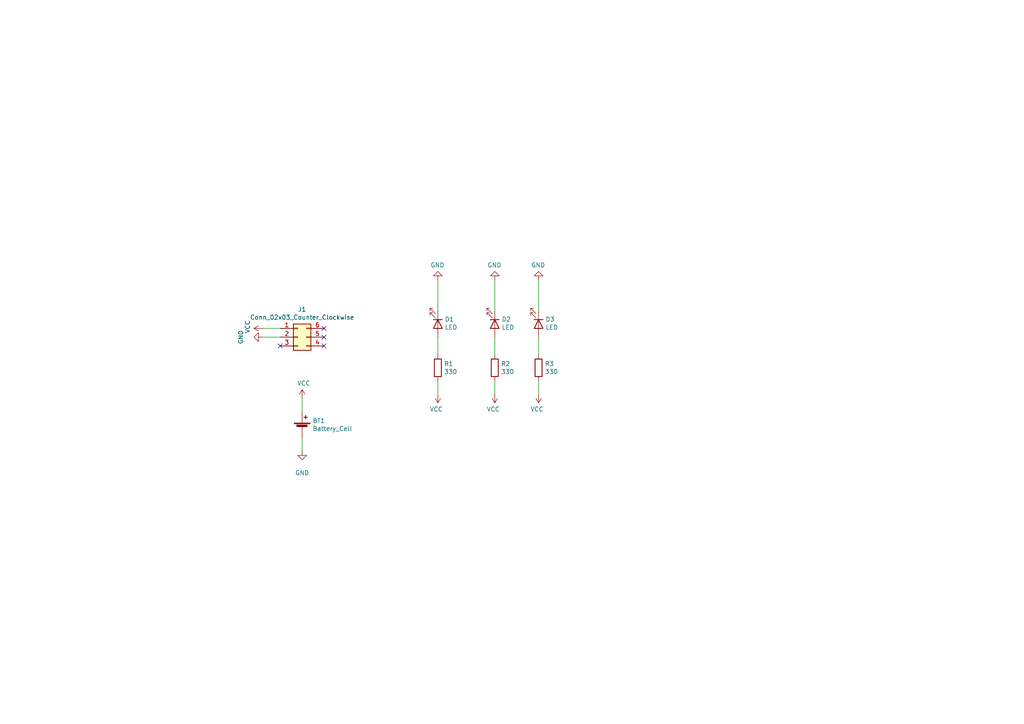
<source format=kicad_sch>
(kicad_sch (version 20211123) (generator eeschema)
  (paper "A4")
  (lib_symbols
    (symbol "Connector_Generic:Conn_02x03_Counter_Clockwise" (pin_names (offset 1.016) hide)
      (property "Reference" "J" (at 1.27 5.08 0))
      (property "Value" "Conn_02x03_Counter_Clockwise" (at 1.27 -5.08 0))
      (symbol "Conn_02x03_Counter_Clockwise_1_1"
        (rectangle (start -1.27 -2.413) (end 0 -2.667) (stroke (width 0.1524)))
        (rectangle (start -1.27 0.127) (end 0 -0.127) (stroke (width 0.1524)))
        (rectangle (start -1.27 2.667) (end 0 2.413) (stroke (width 0.1524)))
        (rectangle (start -1.27 3.81) (end 3.81 -3.81) (stroke (width 0.254)) (fill (type background)))
        (rectangle (start 3.81 -2.413) (end 2.54 -2.667) (stroke (width 0.1524)))
        (rectangle (start 3.81 0.127) (end 2.54 -0.127) (stroke (width 0.1524)))
        (rectangle (start 3.81 2.667) (end 2.54 2.413) (stroke (width 0.1524)))
        (pin passive line (at -5.08 2.54 0) (length 3.81) (name "Pin_1") (number "1"))
        (pin passive line (at -5.08 0 0) (length 3.81) (name "Pin_2") (number "2"))
        (pin passive line (at -5.08 -2.54 0) (length 3.81) (name "Pin_3") (number "3"))
        (pin passive line (at 7.62 -2.54 180) (length 3.81) (name "Pin_4") (number "4"))
        (pin passive line (at 7.62 0 180) (length 3.81) (name "Pin_5") (number "5"))
        (pin passive line (at 7.62 2.54 180) (length 3.81) (name "Pin_6") (number "6"))
      )
    )
    (symbol "Device:Battery_Cell" (pin_numbers hide) (pin_names (offset 0) hide)
      (property "Reference" "BT" (at 2.54 2.54 0))
      (property "Value" "Battery_Cell" (at 2.54 0 0))
      (symbol "Battery_Cell_0_1"
        (rectangle (start -2.286 1.778) (end 2.286 1.524) (fill (type outline)))
        (rectangle (start -1.5748 1.1938) (end 1.4732 0.6858) (fill (type outline)))
        (polyline (pts (xy 0 0.762) (xy 0 0)))
        (polyline (pts (xy 0 1.778) (xy 0 2.54)))
        (polyline (pts (xy 0.508 3.429) (xy 1.524 3.429)) (stroke (width 0.254)))
        (polyline (pts (xy 1.016 3.937) (xy 1.016 2.921)) (stroke (width 0.254)))
      )
      (symbol "Battery_Cell_1_1"
        (pin passive line (at 0 5.08 270) (length 2.54) (name "+") (number "1"))
        (pin passive line (at 0 -2.54 90) (length 2.54) (name "-") (number "2"))
      )
    )
    (symbol "Device:LED" (pin_numbers hide) (pin_names (offset 1.016) hide)
      (property "Reference" "D" (at 0 2.54 0))
      (property "Value" "LED" (at 0 -2.54 0))
      (symbol "LED_0_1"
        (polyline (pts (xy -1.27 -1.27) (xy -1.27 1.27)) (stroke (width 0.254)))
        (polyline (pts (xy -1.27 0) (xy 1.27 0)))
        (polyline (pts (xy 1.27 -1.27) (xy 1.27 1.27) (xy -1.27 0) (xy 1.27 -1.27)) (stroke (width 0.254)))
        (polyline (pts (xy -3.048 -0.762) (xy -4.572 -2.286) (xy -3.81 -2.286) (xy -4.572 -2.286) (xy -4.572 -1.524)))
        (polyline (pts (xy -1.778 -0.762) (xy -3.302 -2.286) (xy -2.54 -2.286) (xy -3.302 -2.286) (xy -3.302 -1.524)))
      )
      (symbol "LED_1_1"
        (pin passive line (at -3.81 0 0) (length 2.54) (name "K") (number "1"))
        (pin passive line (at 3.81 0 180) (length 2.54) (name "A") (number "2"))
      )
    )
    (symbol "Device:R" (pin_numbers hide) (pin_names (offset 0))
      (property "Reference" "R" (at 2.032 0 90))
      (property "Value" "R" (at 0 0 90))
      (symbol "R_0_1"
        (rectangle (start -1.016 -2.54) (end 1.016 2.54) (stroke (width 0.254)))
      )
      (symbol "R_1_1"
        (pin passive line (at 0 3.81 270) (length 1.27) (name "~") (number "1"))
        (pin passive line (at 0 -3.81 90) (length 1.27) (name "~") (number "2"))
      )
    )
    (symbol "power:GND" (power) (pin_names (offset 0))
      (property "Value" "GND" (at 0 -3.81 0))
      (symbol "GND_0_1"
        (polyline (pts (xy 0 0) (xy 0 -1.27) (xy 1.27 -1.27) (xy 0 -2.54) (xy -1.27 -1.27) (xy 0 -1.27)))
      )
      (symbol "GND_1_1"
        (pin power_in line (at 0 0 270) (length 0) hide (name "GND") (number "1"))
      )
    )
    (symbol "power:VCC" (power) (pin_names (offset 0))
      (property "Value" "VCC" (at 0 3.81 0))
      (symbol "VCC_0_1"
        (polyline (pts (xy -0.762 1.27) (xy 0 2.54)))
        (polyline (pts (xy 0 0) (xy 0 2.54)))
        (polyline (pts (xy 0 2.54) (xy 0.762 1.27)))
      )
      (symbol "VCC_1_1"
        (pin power_in line (at 0 0 90) (length 0) hide (name "VCC") (number "1"))
      )
    )
  )
  (no_connect (at 93.98 97.79))
  (no_connect (at 93.98 100.33))
  (no_connect (at 81.28 100.33))
  (no_connect (at 93.98 95.25))
  (wire (pts (xy 87.63 119.38) (xy 87.63 115.57)))
  (wire (pts (xy 127 81.28) (xy 127 90.17)))
  (wire (pts (xy 127 97.79) (xy 127 102.87)))
  (wire (pts (xy 87.63 130.81) (xy 87.63 127)))
  (wire (pts (xy 143.51 97.79) (xy 143.51 102.87)))
  (wire (pts (xy 156.21 110.49) (xy 156.21 114.3)))
  (wire (pts (xy 143.51 81.28) (xy 143.51 90.17)))
  (wire (pts (xy 127 110.49) (xy 127 114.3)))
  (wire (pts (xy 76.2 97.79) (xy 81.28 97.79)))
  (wire (pts (xy 76.2 95.25) (xy 81.28 95.25)))
  (wire (pts (xy 156.21 97.79) (xy 156.21 102.87)))
  (wire (pts (xy 143.51 110.49) (xy 143.51 114.3)))
  (wire (pts (xy 156.21 81.28) (xy 156.21 90.17)))
  (symbol (lib_id "Device:LED") (at 127 93.98 270) (unit 1)
    (property "Reference" "D1" (at 128.9812 92.6338 90) (effects (justify left)))
    (property "Value" "LED" (at 128.9812 94.9452 90) (effects (justify left)))
    (property "Footprint" "sunled:XZDGK45WT-9" (effects hide))
  )
  (symbol (lib_id "Device:LED") (at 143.51 93.98 270) (unit 1)
    (property "Reference" "D2" (at 145.4912 92.6338 90) (effects (justify left)))
    (property "Value" "LED" (at 145.4912 94.9452 90) (effects (justify left)))
    (property "Footprint" "sunled:XZDGK45WT-9" (effects hide))
  )
  (symbol (lib_id "power:GND") (at 127 81.28 180) (unit 1)
    (property "Reference" "#PWR03" (effects hide))
    (property "Value" "GND" (at 126.873 76.8858 0))
  )
  (symbol (lib_id "Device:R") (at 127 106.68 0) (unit 1)
    (property "Reference" "R1" (at 128.778 105.5116 0) (effects (justify left)))
    (property "Value" "330" (at 128.778 107.823 0) (effects (justify left)))
    (property "Footprint" "digikey-footprints:1206" (effects hide))
  )
  (symbol (lib_id "Device:R") (at 143.51 106.68 0) (unit 1)
    (property "Reference" "R2" (at 145.288 105.5116 0) (effects (justify left)))
    (property "Value" "330" (at 145.288 107.823 0) (effects (justify left)))
    (property "Footprint" "digikey-footprints:1206" (effects hide))
  )
  (symbol (lib_id "power:VCC") (at 143.51 114.3 180) (unit 1)
    (property "Reference" "#PWR06" (effects hide))
    (property "Value" "VCC" (at 143.0528 118.6942 0))
  )
  (symbol (lib_id "power:GND") (at 143.51 81.28 180) (unit 1)
    (property "Reference" "#PWR05" (effects hide))
    (property "Value" "GND" (at 143.383 76.8858 0))
  )
  (symbol (lib_id "power:VCC") (at 127 114.3 180) (unit 1)
    (property "Reference" "#PWR04" (effects hide))
    (property "Value" "VCC" (at 126.5428 118.6942 0))
  )
  (symbol (lib_id "Device:LED") (at 156.21 93.98 270) (unit 1)
    (property "Reference" "D3" (at 158.1912 92.6338 90) (effects (justify left)))
    (property "Value" "LED" (at 158.1912 94.9452 90) (effects (justify left)))
    (property "Footprint" "sunled:XZDGK45WT-9" (effects hide))
  )
  (symbol (lib_id "Device:R") (at 156.21 106.68 0) (unit 1)
    (property "Reference" "R3" (at 157.988 105.5116 0) (effects (justify left)))
    (property "Value" "330" (at 157.988 107.823 0) (effects (justify left)))
    (property "Footprint" "digikey-footprints:1206" (effects hide))
  )
  (symbol (lib_id "power:VCC") (at 156.21 114.3 180) (unit 1)
    (property "Reference" "#PWR0101" (effects hide))
    (property "Value" "VCC" (at 155.7528 118.6942 0))
  )
  (symbol (lib_id "power:GND") (at 156.21 81.28 180) (unit 1)
    (property "Reference" "#PWR0102" (effects hide))
    (property "Value" "GND" (at 156.083 76.8858 0))
  )
  (symbol (lib_id "Connector_Generic:Conn_02x03_Counter_Clockwise") (at 86.36 97.79 0) (unit 1)
    (property "Reference" "J1" (at 87.63 89.7382 0))
    (property "Value" "Conn_02x03_Counter_Clockwise" (at 87.63 92.0496 0))
    (property "Footprint" "Connector_PinHeader_2.54mm:PinHeader_2x03_P2.54mm_Vertical" (effects hide))
  )
  (symbol (lib_id "power:VCC") (at 76.2 95.25 90) (unit 1)
    (property "Reference" "#PWR0103" (effects hide))
    (property "Value" "VCC" (at 71.8058 94.7928 0))
  )
  (symbol (lib_id "power:GND") (at 76.2 97.79 270) (unit 1)
    (property "Reference" "#PWR0104" (effects hide))
    (property "Value" "GND" (at 69.85 97.79 0))
  )
  (symbol (lib_id "Device:Battery_Cell") (at 87.63 124.46 0) (unit 1)
    (property "Reference" "BT1" (at 90.6272 122.0216 0) (effects (justify left)))
    (property "Value" "Battery_Cell" (at 90.6272 124.333 0) (effects (justify left)))
    (property "Footprint" "Battery:BatteryHolder_Keystone_3034_1x20mm" (effects hide))
  )
  (symbol (lib_id "power:VCC") (at 87.63 115.57 0) (unit 1)
    (property "Reference" "#PWR0105" (effects hide))
    (property "Value" "VCC" (at 88.0872 111.1758 0))
  )
  (symbol (lib_id "power:GND") (at 87.63 130.81 0) (unit 1)
    (property "Reference" "#PWR0106" (effects hide))
    (property "Value" "GND" (at 87.63 137.16 0))
  )
)
</source>
